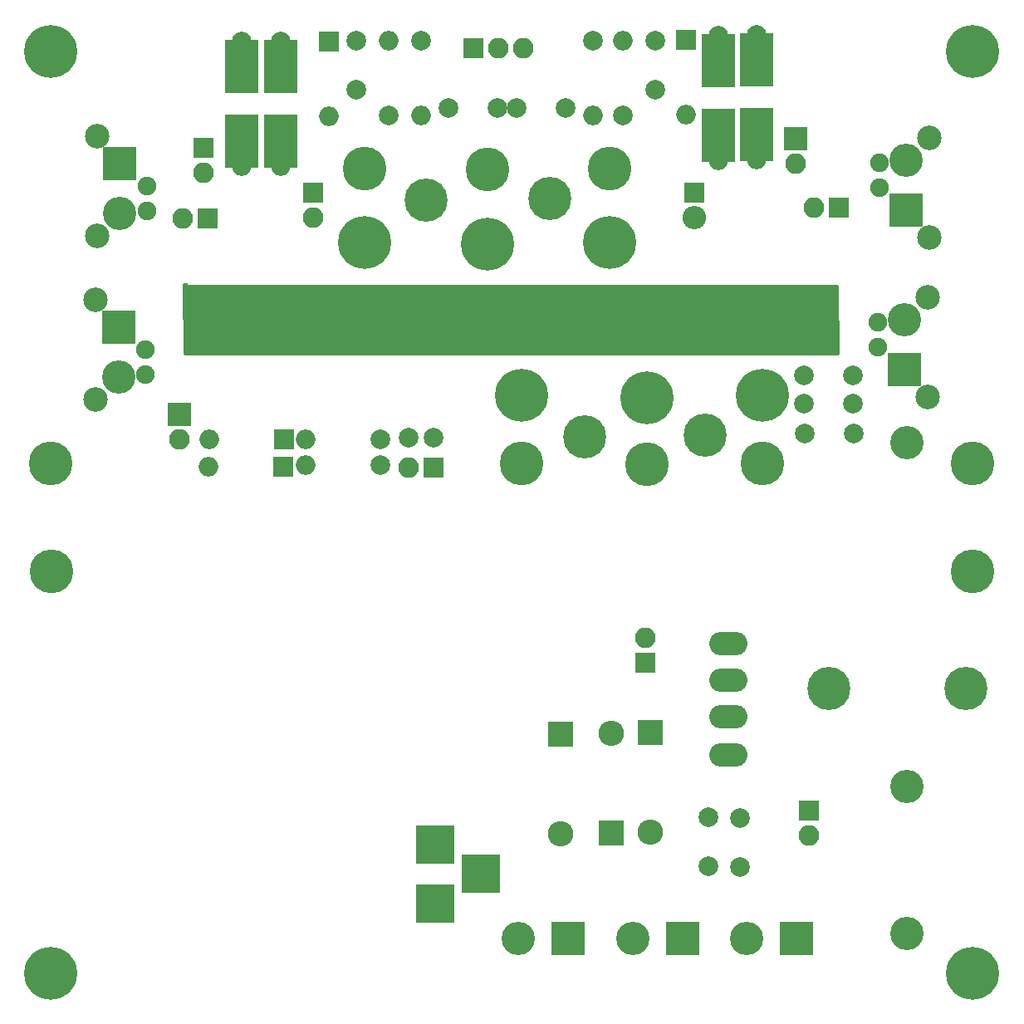
<source format=gbr>
G04 #@! TF.FileFunction,Soldermask,Top*
%FSLAX46Y46*%
G04 Gerber Fmt 4.6, Leading zero omitted, Abs format (unit mm)*
G04 Created by KiCad (PCBNEW 4.0.7) date 04/12/19 10:09:23*
%MOMM*%
%LPD*%
G01*
G04 APERTURE LIST*
%ADD10C,0.100000*%
%ADD11C,1.900000*%
%ADD12C,2.500000*%
%ADD13R,3.400000X3.400000*%
%ADD14C,3.400000*%
%ADD15C,2.000000*%
%ADD16O,2.000000X2.000000*%
%ADD17R,3.400000X5.400000*%
%ADD18C,4.464000*%
%ADD19C,5.400000*%
%ADD20C,4.400000*%
%ADD21R,2.100000X2.100000*%
%ADD22O,2.100000X2.100000*%
%ADD23R,2.000000X2.000000*%
%ADD24R,2.400000X2.400000*%
%ADD25O,2.400000X2.400000*%
%ADD26R,2.600000X2.600000*%
%ADD27O,2.600000X2.600000*%
%ADD28O,3.900000X2.400000*%
%ADD29R,3.900000X3.900000*%
%ADD30C,0.254000*%
G04 APERTURE END LIST*
D10*
D11*
X52766000Y-56769000D03*
X52766000Y-59309000D03*
D12*
X47686000Y-61849000D03*
X47686000Y-51689000D03*
D13*
X50038000Y-54483000D03*
D14*
X50038000Y-59563000D03*
D13*
X95758000Y-133477000D03*
D14*
X90678000Y-133477000D03*
D15*
X111023400Y-41414700D03*
D16*
X111023400Y-54114700D03*
D17*
X111023400Y-43954700D03*
X111023400Y-51574700D03*
D18*
X100000000Y-55000000D03*
D19*
X75000000Y-62500000D03*
D20*
X81216500Y-58229500D03*
D19*
X91008000Y-78064000D03*
D20*
X97409000Y-82296000D03*
D19*
X100000000Y-62500000D03*
D20*
X93853000Y-58039000D03*
D19*
X115508000Y-78064000D03*
D20*
X109728000Y-82169000D03*
D18*
X75000000Y-55000000D03*
X91008000Y-85064000D03*
D19*
X43000000Y-43000000D03*
X137000000Y-43000000D03*
X43000000Y-137000000D03*
X137000000Y-137000000D03*
D18*
X115508000Y-85064000D03*
X87515700Y-55029100D03*
D19*
X87477600Y-62687200D03*
X103733600Y-78384400D03*
D18*
X103759000Y-85090000D03*
D15*
X74168000Y-41910000D03*
X74168000Y-46910000D03*
X83566000Y-48768000D03*
X88566000Y-48768000D03*
X104648000Y-41910000D03*
X104648000Y-46910000D03*
X95504000Y-48768000D03*
X90504000Y-48768000D03*
D21*
X86106000Y-42672000D03*
D22*
X88646000Y-42672000D03*
X91186000Y-42672000D03*
D15*
X77470000Y-49530000D03*
D16*
X77470000Y-41910000D03*
D15*
X80772000Y-41910000D03*
D16*
X80772000Y-49530000D03*
D15*
X101346000Y-49530000D03*
D16*
X101346000Y-41910000D03*
D15*
X98298000Y-41910000D03*
D16*
X98298000Y-49530000D03*
D23*
X71323200Y-42062400D03*
D16*
X71323200Y-49682400D03*
D23*
X107746800Y-41833800D03*
D16*
X107746800Y-49453800D03*
D21*
X58547000Y-52832000D03*
D22*
X58547000Y-55372000D03*
D24*
X118935500Y-51943000D03*
D22*
X118935500Y-54483000D03*
D24*
X56134000Y-80010000D03*
D22*
X56134000Y-82550000D03*
D21*
X82042000Y-85471000D03*
D22*
X79502000Y-85471000D03*
D15*
X76581000Y-85217000D03*
D16*
X68961000Y-85217000D03*
D23*
X66802000Y-82550000D03*
D16*
X59182000Y-82550000D03*
D23*
X66675000Y-85344000D03*
D16*
X59055000Y-85344000D03*
D15*
X79502000Y-82423000D03*
X82002000Y-82423000D03*
X76581000Y-82550000D03*
D16*
X68961000Y-82550000D03*
D21*
X69735700Y-57416700D03*
D22*
X69735700Y-59956700D03*
D21*
X108597700Y-57467500D03*
D25*
X108597700Y-60007500D03*
D15*
X114947700Y-41338500D03*
D16*
X114947700Y-54038500D03*
D17*
X114947700Y-43878500D03*
X114947700Y-51498500D03*
D15*
X66446400Y-42024300D03*
D16*
X66446400Y-54724300D03*
D17*
X66446400Y-44564300D03*
X66446400Y-52184300D03*
D15*
X62484000Y-41986200D03*
D16*
X62484000Y-54686200D03*
D17*
X62484000Y-44526200D03*
X62484000Y-52146200D03*
D13*
X118999000Y-133477000D03*
D14*
X113919000Y-133477000D03*
D15*
X119773700Y-76060300D03*
X124773700Y-76060300D03*
X119773700Y-78955900D03*
X124773700Y-78955900D03*
X110045500Y-126111000D03*
X110045500Y-121111000D03*
X113284000Y-126174500D03*
X113284000Y-121174500D03*
D13*
X107442000Y-133477000D03*
D14*
X102362000Y-133477000D03*
D21*
X103568500Y-105346500D03*
D22*
X103568500Y-102806500D03*
D26*
X104076500Y-112458500D03*
D27*
X104076500Y-122618500D03*
D26*
X94996000Y-112649000D03*
D27*
X94996000Y-122809000D03*
D26*
X100139500Y-122682000D03*
D27*
X100139500Y-112522000D03*
D28*
X112077500Y-110843000D03*
X112077500Y-114793000D03*
X112077500Y-107093000D03*
X112077500Y-103393000D03*
D29*
X82169000Y-123888500D03*
X82169000Y-129888500D03*
X86869000Y-126888500D03*
D21*
X120269000Y-120396000D03*
D22*
X120269000Y-122936000D03*
D14*
X130302000Y-117950000D03*
X130302000Y-132950000D03*
X130302000Y-82950000D03*
D20*
X122302000Y-107950000D03*
X136302000Y-107950000D03*
D11*
X52639000Y-73406000D03*
X52639000Y-75946000D03*
D12*
X47559000Y-78486000D03*
X47559000Y-68326000D03*
D13*
X49911000Y-71120000D03*
D14*
X49911000Y-76200000D03*
D11*
X127447000Y-56896000D03*
X127447000Y-54356000D03*
D12*
X132527000Y-51816000D03*
X132527000Y-61976000D03*
D13*
X130175000Y-59182000D03*
D14*
X130175000Y-54102000D03*
D11*
X127320000Y-73152000D03*
X127320000Y-70612000D03*
D12*
X132400000Y-68072000D03*
X132400000Y-78232000D03*
D13*
X130048000Y-75438000D03*
D14*
X130048000Y-70358000D03*
D18*
X137000000Y-85000000D03*
X43000000Y-85000000D03*
X43053000Y-96012000D03*
X137000000Y-96000000D03*
D21*
X58991500Y-60071000D03*
D22*
X56451500Y-60071000D03*
D21*
X123317000Y-58928000D03*
D22*
X120777000Y-58928000D03*
D15*
X119824500Y-82003900D03*
X124824500Y-82003900D03*
D30*
G36*
X56824686Y-66811490D02*
X56847881Y-66856250D01*
X56886663Y-66888459D01*
X56946800Y-66903600D01*
X123140970Y-66903600D01*
X123239006Y-73888600D01*
X56639417Y-73888600D01*
X56492236Y-66725800D01*
X56800203Y-66725800D01*
X56824686Y-66811490D01*
X56824686Y-66811490D01*
G37*
X56824686Y-66811490D02*
X56847881Y-66856250D01*
X56886663Y-66888459D01*
X56946800Y-66903600D01*
X123140970Y-66903600D01*
X123239006Y-73888600D01*
X56639417Y-73888600D01*
X56492236Y-66725800D01*
X56800203Y-66725800D01*
X56824686Y-66811490D01*
M02*

</source>
